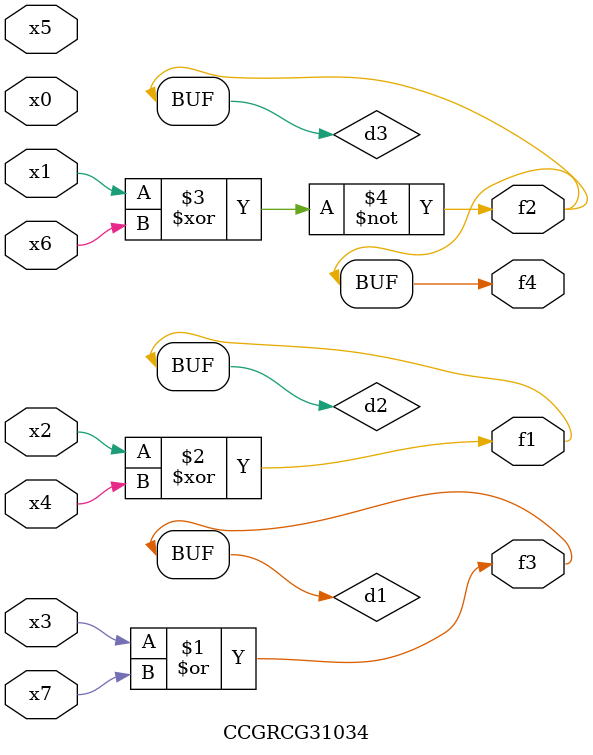
<source format=v>
module CCGRCG31034(
	input x0, x1, x2, x3, x4, x5, x6, x7,
	output f1, f2, f3, f4
);

	wire d1, d2, d3;

	or (d1, x3, x7);
	xor (d2, x2, x4);
	xnor (d3, x1, x6);
	assign f1 = d2;
	assign f2 = d3;
	assign f3 = d1;
	assign f4 = d3;
endmodule

</source>
